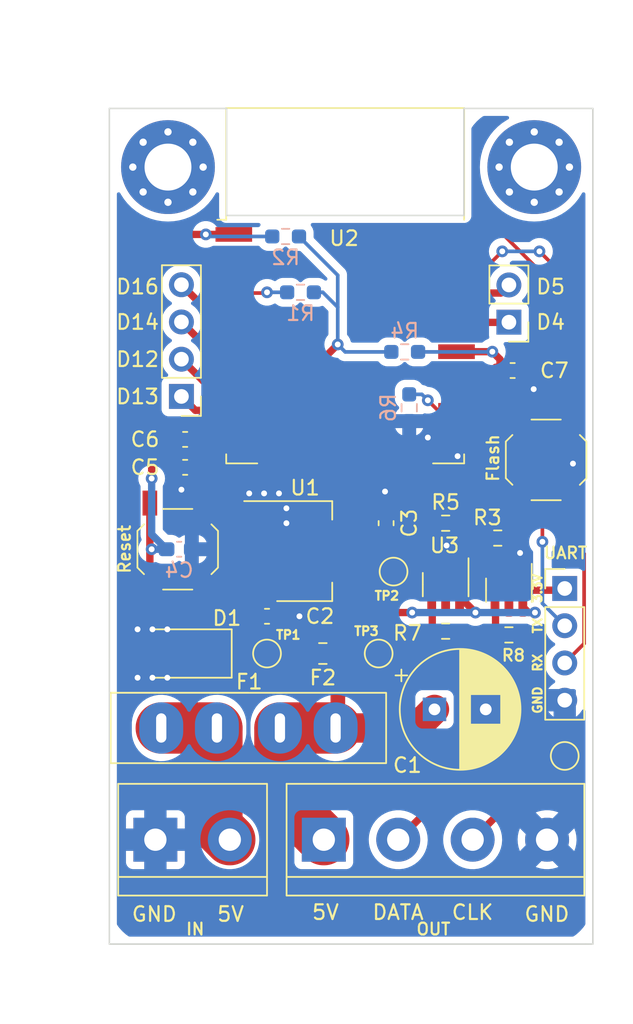
<source format=kicad_pcb>
(kicad_pcb (version 20211014) (generator pcbnew)
  (layers (0 "F.Cu" signal) (31 "B.Cu" signal) (34 "B.Paste" user) (35 "F.Paste" user) (36 "B.SilkS" user "B.Silkscreen") (37 "F.SilkS" user "F.Silkscreen") (38 "B.Mask" user) (39 "F.Mask" user) (44 "Edge.Cuts" user))
  (net 0 "")
  (net 1 "+5P")
  (net 2 "GND")
  (net 3 "+5V")
  (net 4 "+3V3")
  (net 5 "Net-(C4-Pad1)")
  (net 6 "Net-(C7-Pad1)")
  (net 7 "Net-(F1-Pad1)")
  (net 8 "RGB_DATA")
  (net 9 "RGB_CLK")
  (net 10 "RGB_Clk_L")
  (net 11 "RX")
  (net 12 "D4")
  (net 13 "D5")
  (net 14 "D12")
  (net 15 "D13")
  (net 16 "D14")
  (net 17 "D16")
  (net 18 "Net-(R1-Pad1)")
  (net 19 "Net-(R6-Pad1)")
  (net 27 "RGB_Data_L")
  (net 28 "Net-(U3-Pad4)")
  (net 29 "Net-(U4-Pad4)")
  (footprint "Capacitor_SMD:C_0603_1608Metric_Pad1.08x0.95mm_HandSolder" (layer "F.Cu") (at 99.26 104.14)
    (fp_text reference "C2" (at 3.61 0) (layer "F.SilkS"))
    (fp_text value "10uF")
    (pad "1" smd roundrect (at -0.8625 0) (size 1.075 0.95) (layers "F.Cu" "F.Paste" "F.Mask") (net 3 "+5V"))
    (pad "2" smd roundrect (at 0.8625 0) (size 1.075 0.95) (layers "F.Cu" "F.Paste" "F.Mask") (net 2 "GND"))
  )
  (footprint "Connector_PinHeader_2.54mm:PinHeader_1x04_P2.54mm_Vertical" (layer "F.Cu") (at 93.418 89.144 180)
    (fp_text reference "J5" hide)
    (fp_text value "Misc2")
    (pad "1" thru_hole rect (at 0 0 180) (size 1.7 1.7) (drill 1) (layers *.Cu *.Mask) (net 15 "D13"))
    (pad "2" thru_hole oval (at 0 2.54 180) (size 1.7 1.7) (drill 1) (layers *.Cu *.Mask) (net 14 "D12"))
    (pad "3" thru_hole oval (at 0 5.08 180) (size 1.7 1.7) (drill 1) (layers *.Cu *.Mask) (net 16 "D14"))
    (pad "4" thru_hole oval (at 0 7.62 180) (size 1.7 1.7) (drill 1) (layers *.Cu *.Mask) (net 17 "D16"))
  )
  (footprint "Resistor_SMD:R_0603_1608Metric_Pad0.98x0.95mm_HandSolder" (layer "F.Cu") (at 111.452 97.79)
    (fp_text reference "R5" (at 0 -1.43) (layer "F.SilkS"))
    (fp_text value "10k")
    (pad "1" smd roundrect (at -0.9125 0) (size 0.975 0.95) (layers "F.Cu" "F.Paste" "F.Mask") (net 27 "RGB_Data_L"))
    (pad "2" smd roundrect (at 0.9125 0) (size 0.975 0.95) (layers "F.Cu" "F.Paste" "F.Mask") (net 4 "+3V3"))
  )
  (footprint "Capacitor_SMD:C_0603_1608Metric_Pad1.08x0.95mm_HandSolder" (layer "F.Cu") (at 107.388 97.79 90)
    (fp_text reference "C3" (at 0 1.578 90) (layer "F.SilkS"))
    (fp_text value "10uF")
    (pad "1" smd roundrect (at -0.8625 0 90) (size 1.075 0.95) (layers "F.Cu" "F.Paste" "F.Mask") (net 4 "+3V3"))
    (pad "2" smd roundrect (at 0.8625 0 90) (size 1.075 0.95) (layers "F.Cu" "F.Paste" "F.Mask") (net 2 "GND"))
  )
  (footprint "Button_Switch_SMD:SW_SPST_TL3342" (layer "F.Cu") (at 93.164 99.568 -90)
    (fp_text reference "SW1" hide)
    (fp_text value "Reset")
    (pad "1" smd rect (at -3.15 -1.9 270) (size 1.7 1) (layers "F.Cu" "F.Paste" "F.Mask") (net 2 "GND"))
    (pad "1" smd rect (at 3.15 -1.9 270) (size 1.7 1) (layers "F.Cu" "F.Paste" "F.Mask") (net 2 "GND"))
    (pad "2" smd rect (at -3.15 1.9 270) (size 1.7 1) (layers "F.Cu" "F.Paste" "F.Mask") (net 5 "Net-(C4-Pad1)"))
    (pad "2" smd rect (at 3.15 1.9 270) (size 1.7 1) (layers "F.Cu" "F.Paste" "F.Mask") (net 5 "Net-(C4-Pad1)"))
  )
  (footprint "TestPoint:TestPoint_Pad_D1.5mm" (layer "F.Cu") (at 119.58 113.665)
    (fp_text reference "TP4" hide)
    (fp_text value "TP")
    (pad "1" smd circle (at 0 0) (size 1.5 1.5) (layers "F.Cu" "F.Mask") (net 2 "GND"))
  )
  (footprint "TestPoint:TestPoint_Pad_D1.5mm" (layer "F.Cu") (at 99.26 106.68)
    (fp_text reference "TP1" (at 1.451 -1.27) (layer "F.SilkS") (effects (font (size 0.6 0.6))))
    (fp_text value "TP")
    (pad "1" smd circle (at 0 0) (size 1.5 1.5) (layers "F.Cu" "F.Mask") (net 3 "+5V"))
  )
  (footprint "Resistor_SMD:R_0603_1608Metric_Pad0.98x0.95mm_HandSolder" (layer "F.Cu") (at 111.452 105.156 180)
    (fp_text reference "R7" (at 2.613 -0.127) (layer "F.SilkS"))
    (fp_text value "100")
    (pad "1" smd roundrect (at -0.9125 0 180) (size 0.975 0.95) (layers "F.Cu" "F.Paste" "F.Mask") (net 8 "RGB_DATA"))
    (pad "2" smd roundrect (at 0.9125 0 180) (size 0.975 0.95) (layers "F.Cu" "F.Paste" "F.Mask") (net 28 "Net-(U3-Pad4)"))
  )
  (footprint "Diode_SMD:D_SMA" (layer "F.Cu") (at 93.45 106.68 180)
    (fp_text reference "D1" (at -3.07 2.413) (layer "F.SilkS"))
    (fp_text value "SSA34")
    (pad "1" smd rect (at -2 0 180) (size 2.5 1.8) (layers "F.Cu" "F.Paste" "F.Mask") (net 3 "+5V"))
    (pad "2" smd rect (at 2 0 180) (size 2.5 1.8) (layers "F.Cu" "F.Paste" "F.Mask") (net 2 "GND"))
  )
  (footprint "Capacitor_SMD:C_0603_1608Metric_Pad1.08x0.95mm_HandSolder" (layer "F.Cu") (at 93.672 93.98 180)
    (fp_text reference "C5" (at 2.74 0) (layer "F.SilkS"))
    (fp_text value "10uF")
    (pad "1" smd roundrect (at -0.8625 0 180) (size 1.075 0.95) (layers "F.Cu" "F.Paste" "F.Mask") (net 4 "+3V3"))
    (pad "2" smd roundrect (at 0.8625 0 180) (size 1.075 0.95) (layers "F.Cu" "F.Paste" "F.Mask") (net 2 "GND"))
  )
  (footprint "Custom:XF-505P" (layer "F.Cu") (at 92.04 111.76)
    (fp_text reference "F1" (at 6 -3.15 unlocked) (layer "F.SilkS"))
    (fp_text value "Fuse")
    (pad "1" thru_hole oval (at 3.8 0) (size 3 3.5) (drill oval 0.7 2) (layers *.Cu *.Mask) (net 7 "Net-(F1-Pad1)"))
    (pad "1" thru_hole oval (at 0 0) (size 3 3.5) (drill oval 0.7 2) (layers *.Cu *.Mask) (net 7 "Net-(F1-Pad1)"))
    (pad "2" thru_hole oval (at 11.9 0) (size 3 3.5) (drill oval 0.7 2) (layers *.Cu *.Mask) (net 1 "+5P"))
    (pad "2" thru_hole oval (at 8.1 0) (size 3 3.5) (drill oval 0.7 2) (layers *.Cu *.Mask) (net 1 "+5P"))
  )
  (footprint "Capacitor_THT:CP_Radial_D8.0mm_P3.50mm" (layer "F.Cu") (at 110.69 110.49)
    (fp_text reference "C1" (at -1.851 3.81) (layer "F.SilkS"))
    (fp_text value "1000uF")
    (pad "1" thru_hole rect (at 0 0) (size 1.6 1.6) (drill 0.8) (layers *.Cu *.Mask) (net 1 "+5P"))
    (pad "2" thru_hole circle (at 3.5 0) (size 1.6 1.6) (drill 0.8) (layers *.Cu *.Mask) (net 2 "GND"))
  )
  (footprint "TerminalBlock:TerminalBlock_bornier-2_P5.08mm" (layer "F.Cu") (at 91.64 119.38)
    (fp_text reference "J1" hide)
    (fp_text value "Screw_Terminal_01x02")
    (pad "1" thru_hole rect (at 0 0) (size 3 3) (drill 1.52) (layers *.Cu *.Mask) (net 2 "GND"))
    (pad "2" thru_hole circle (at 5.08 0) (size 3 3) (drill 1.52) (layers *.Cu *.Mask) (net 7 "Net-(F1-Pad1)"))
  )
  (footprint "Resistor_SMD:R_0603_1608Metric_Pad0.98x0.95mm_HandSolder" (layer "F.Cu") (at 115.008 98.806 180)
    (fp_text reference "R3" (at 0.708 1.397) (layer "F.SilkS"))
    (fp_text value "10k(opt)")
    (pad "1" smd roundrect (at -0.9125 0 180) (size 0.975 0.95) (layers "F.Cu" "F.Paste" "F.Mask") (net 10 "RGB_Clk_L"))
    (pad "2" smd roundrect (at 0.9125 0 180) (size 0.975 0.95) (layers "F.Cu" "F.Paste" "F.Mask") (net 4 "+3V3"))
  )
  (footprint "Connector_PinHeader_2.54mm:PinHeader_1x04_P2.54mm_Vertical" (layer "F.Cu") (at 119.58 102.245)
    (fp_text reference "J3" hide)
    (fp_text value "Conn_01x04")
    (pad "1" thru_hole rect (at 0 0) (size 1.7 1.7) (drill 1) (layers *.Cu *.Mask) (net 4 "+3V3"))
    (pad "2" thru_hole oval (at 0 2.54) (size 1.7 1.7) (drill 1) (layers *.Cu *.Mask) (net 10 "RGB_Clk_L"))
    (pad "3" thru_hole oval (at 0 5.08) (size 1.7 1.7) (drill 1) (layers *.Cu *.Mask) (net 11 "RX"))
    (pad "4" thru_hole oval (at 0 7.62) (size 1.7 1.7) (drill 1) (layers *.Cu *.Mask) (net 2 "GND"))
  )
  (footprint "MountingHole:MountingHole_3.2mm_M3_Pad_Via" (layer "F.Cu") (at 117.5 73.5)
    (fp_text reference "REF**" hide)
    (fp_text value "MountingHole_3.2mm_M3_Pad_Via" hide)
    (pad "1" thru_hole circle (at 1.697056 1.697056) (size 0.8 0.8) (drill 0.5) (layers *.Cu *.Mask))
    (pad "1" thru_hole circle (at 0 -2.4) (size 0.8 0.8) (drill 0.5) (layers *.Cu *.Mask))
    (pad "1" thru_hole circle (at 2.4 0) (size 0.8 0.8) (drill 0.5) (layers *.Cu *.Mask))
    (pad "1" thru_hole circle (at 0 2.4) (size 0.8 0.8) (drill 0.5) (layers *.Cu *.Mask))
    (pad "1" thru_hole circle (at 0 0) (size 6.4 6.4) (drill 3.2) (layers *.Cu *.Mask))
    (pad "1" thru_hole circle (at -1.697056 -1.697056) (size 0.8 0.8) (drill 0.5) (layers *.Cu *.Mask))
    (pad "1" thru_hole circle (at -1.697056 1.697056) (size 0.8 0.8) (drill 0.5) (layers *.Cu *.Mask))
    (pad "1" thru_hole circle (at 1.697056 -1.697056) (size 0.8 0.8) (drill 0.5) (layers *.Cu *.Mask))
    (pad "1" thru_hole circle (at -2.4 0) (size 0.8 0.8) (drill 0.5) (layers *.Cu *.Mask))
  )
  (footprint "Resistor_SMD:R_0603_1608Metric_Pad0.98x0.95mm_HandSolder" (layer "F.Cu") (at 115.77 105.41 180)
    (fp_text reference "R8" (at -0.308 -1.397) (layer "F.SilkS") (effects (font (size 0.8 0.8))))
    (fp_text value "100")
    (pad "1" smd roundrect (at -0.9125 0 180) (size 0.975 0.95) (layers "F.Cu" "F.Paste" "F.Mask") (net 9 "RGB_CLK"))
    (pad "2" smd roundrect (at 0.9125 0 180) (size 0.975 0.95) (layers "F.Cu" "F.Paste" "F.Mask") (net 29 "Net-(U4-Pad4)"))
  )
  (footprint "Package_TO_SOT_SMD:SOT-23-6" (layer "F.Cu") (at 111.452 101.981 -90)
    (fp_text reference "U3" (at -2.667 0.073) (layer "F.SilkS"))
    (fp_text value "SN74LVC1T45DBV")
    (pad "1" smd roundrect (at -1.1375 -0.95 270) (size 1.325 0.6) (layers "F.Cu" "F.Paste" "F.Mask") (net 4 "+3V3"))
    (pad "2" smd roundrect (at -1.1375 0 270) (size 1.325 0.6) (layers "F.Cu" "F.Paste" "F.Mask") (net 2 "GND"))
    (pad "3" smd roundrect (at -1.1375 0.95 270) (size 1.325 0.6) (layers "F.Cu" "F.Paste" "F.Mask") (net 27 "RGB_Data_L"))
    (pad "4" smd roundrect (at 1.1375 0.95 270) (size 1.325 0.6) (layers "F.Cu" "F.Paste" "F.Mask") (net 28 "Net-(U3-Pad4)"))
    (pad "5" smd roundrect (at 1.1375 0 270) (size 1.325 0.6) (layers "F.Cu" "F.Paste" "F.Mask") (net 4 "+3V3"))
    (pad "6" smd roundrect (at 1.1375 -0.95 270) (size 1.325 0.6) (layers "F.Cu" "F.Paste" "F.Mask") (net 3 "+5V"))
  )
  (footprint "Capacitor_SMD:C_0603_1608Metric_Pad1.08x0.95mm_HandSolder" (layer "F.Cu") (at 116.024 87.376)
    (fp_text reference "C7" (at 2.848 0) (layer "F.SilkS"))
    (fp_text value "100nF")
    (pad "1" smd roundrect (at -0.8625 0) (size 1.075 0.95) (layers "F.Cu" "F.Paste" "F.Mask") (net 6 "Net-(C7-Pad1)"))
    (pad "2" smd roundrect (at 0.8625 0) (size 1.075 0.95) (layers "F.Cu" "F.Paste" "F.Mask") (net 2 "GND"))
  )
  (footprint "Capacitor_SMD:C_0603_1608Metric_Pad1.08x0.95mm_HandSolder" (layer "F.Cu") (at 93.672 92.075 180)
    (fp_text reference "C6" (at 2.74 0) (layer "F.SilkS"))
    (fp_text value "100nF")
    (pad "1" smd roundrect (at -0.8625 0 180) (size 1.075 0.95) (layers "F.Cu" "F.Paste" "F.Mask") (net 4 "+3V3"))
    (pad "2" smd roundrect (at 0.8625 0 180) (size 1.075 0.95) (layers "F.Cu" "F.Paste" "F.Mask") (net 2 "GND"))
  )
  (footprint "TestPoint:TestPoint_Pad_D1.5mm" (layer "F.Cu") (at 107.896 101.092 -90)
    (fp_text reference "TP2" (at 1.651 0.454 180) (layer "F.SilkS") (effects (font (size 0.6 0.6))))
    (fp_text value "TP")
    (pad "1" smd circle (at 0 0 270) (size 1.5 1.5) (layers "F.Cu" "F.Mask") (net 4 "+3V3"))
  )
  (footprint "Connector_PinHeader_2.54mm:PinHeader_1x02_P2.54mm_Vertical" (layer "F.Cu") (at 115.77 84.079 180)
    (fp_text reference "J4" hide)
    (fp_text value "Misc1")
    (pad "1" thru_hole rect (at 0 0 180) (size 1.7 1.7) (drill 1) (layers *.Cu *.Mask) (net 12 "D4"))
    (pad "2" thru_hole oval (at 0 2.54 180) (size 1.7 1.7) (drill 1) (layers *.Cu *.Mask) (net 13 "D5"))
  )
  (footprint "MountingHole:MountingHole_3.2mm_M3_Pad_Via" (layer "F.Cu") (at 92.5 73.5)
    (fp_text reference "REF**" hide)
    (fp_text value "MountingHole_3.2mm_M3_Pad_Via" hide)
    (pad "1" thru_hole circle (at 0 -2.4) (size 0.8 0.8) (drill 0.5) (layers *.Cu *.Mask))
    (pad "1" thru_hole circle (at -1.697056 -1.697056) (size 0.8 0.8) (drill 0.5) (layers *.Cu *.Mask))
    (pad "1" thru_hole circle (at 1.697056 -1.697056) (size 0.8 0.8) (drill 0.5) (layers *.Cu *.Mask))
    (pad "1" thru_hole circle (at 0 0) (size 6.4 6.4) (drill 3.2) (layers *.Cu *.Mask))
    (pad "1" thru_hole circle (at 1.697056 1.697056) (size 0.8 0.8) (drill 0.5) (layers *.Cu *.Mask))
    (pad "1" thru_hole circle (at 2.4 0) (size 0.8 0.8) (drill 0.5) (layers *.Cu *.Mask))
    (pad "1" thru_hole circle (at 0 2.4) (size 0.8 0.8) (drill 0.5) (layers *.Cu *.Mask))
    (pad "1" thru_hole circle (at -2.4 0) (size 0.8 0.8) (drill 0.5) (layers *.Cu *.Mask))
    (pad "1" thru_hole circle (at -1.697056 1.697056) (size 0.8 0.8) (drill 0.5) (layers *.Cu *.Mask))
  )
  (footprint "Package_TO_SOT_SMD:SOT-23-6" (layer "F.Cu") (at 115.77 102.362 -90)
    (fp_text reference "U4" hide)
    (fp_text value "SN74LVC1T45DBV")
    (pad "1" smd roundrect (at -1.1375 -0.95 270) (size 1.325 0.6) (layers "F.Cu" "F.Paste" "F.Mask") (net 4 "+3V3"))
    (pad "2" smd roundrect (at -1.1375 0 270) (size 1.325 0.6) (layers "F.Cu" "F.Paste" "F.Mask") (net 2 "GND"))
    (pad "3" smd roundrect (at -1.1375 0.95 270) (size 1.325 0.6) (layers "F.Cu" "F.Paste" "F.Mask") (net 10 "RGB_Clk_L"))
    (pad "4" smd roundrect (at 1.1375 0.95 270) (size 1.325 0.6) (layers "F.Cu" "F.Paste" "F.Mask") (net 29 "Net-(U4-Pad4)"))
    (pad "5" smd roundrect (at 1.1375 0 270) (size 1.325 0.6) (layers "F.Cu" "F.Paste" "F.Mask") (net 4 "+3V3"))
    (pad "6" smd roundrect (at 1.1375 -0.95 270) (size 1.325 0.6) (layers "F.Cu" "F.Paste" "F.Mask") (net 3 "+5V"))
  )
  (footprint "Package_TO_SOT_SMD:SOT-223-3_TabPin2" (layer "F.Cu") (at 101.8 99.695)
    (fp_text reference "U1" (at 0.054 -4.318) (layer "F.SilkS"))
    (fp_text value "NCP1117-3.3_SOT223")
    (pad "1" smd rect (at -3.15 -2.3) (size 2 1.5) (layers "F.Cu" "F.Paste" "F.Mask") (net 2 "GND"))
    (pad "2" smd rect (at -3.15 0) (size 2 1.5) (layers "F.Cu" "F.Paste" "F.Mask") (net 4 "+3V3"))
    (pad "2" smd rect (at 3.15 0) (size 2 3.8) (layers "F.Cu" "F.Paste" "F.Mask") (net 4 "+3V3"))
    (pad "3" smd rect (at -3.15 2.3) (size 2 1.5) (layers "F.Cu" "F.Paste" "F.Mask") (net 3 "+5V"))
  )
  (footprint "Fuse:Fuse_0805_2012Metric_Pad1.15x1.40mm_HandSolder" (layer "F.Cu") (at 103.07 106.68 180)
    (fp_text reference "F2" (at 0 -1.65) (layer "F.SilkS"))
    (fp_text value "MF-PSMF050X-2")
    (pad "1" smd roundrect (at -1.025 0 180) (size 1.15 1.4) (layers "F.Cu" "F.Paste" "F.Mask") (roundrect_rratio 0.2173913043) (net 1 "+5P"))
    (pad "2" smd roundrect (at 1.025 0 180) (size 1.15 1.4) (layers "F.Cu" "F.Paste" "F.Mask") (roundrect_rratio 0.2173913043) (net 3 "+5V"))
  )
  (footprint "Button_Switch_SMD:SW_SPST_TL3342" (layer "F.Cu") (at 118.31 93.472 90)
    (fp_text reference "SW2" hide)
    (fp_text value "Flash")
    (pad "1" smd rect (at 3.15 -1.9 90) (size 1.7 1) (layers "F.Cu" "F.Paste" "F.Mask") (net 6 "Net-(C7-Pad1)"))
    (pad "1" smd rect (at -3.15 -1.9 90) (size 1.7 1) (layers "F.Cu" "F.Paste" "F.Mask") (net 6 "Net-(C7-Pad1)"))
    (pad "2" smd rect (at -3.15 1.9 90) (size 1.7 1) (layers "F.Cu" "F.Paste" "F.Mask") (net 2 "GND"))
    (pad "2" smd rect (at 3.15 1.9 90) (size 1.7 1) (layers "F.Cu" "F.Paste" "F.Mask") (net 2 "GND"))
  )
  (footprint "TerminalBlock:TerminalBlock_bornier-4_P5.08mm" (layer "F.Cu") (at 103.135302 119.38)
    (fp_text reference "J2" hide)
    (fp_text value "Screw_Terminal_01x04")
    (pad "1" thru_hole rect (at 0 0) (size 3 3) (drill 1.52) (layers *.Cu *.Mask) (net 1 "+5P"))
    (pad "2" thru_hole circle (at 5.08 0) (size 3 3) (drill 1.52) (layers *.Cu *.Mask) (net 8 "RGB_DATA"))
    (pad "3" thru_hole circle (at 10.16 0) (size 3 3) (drill 1.52) (layers *.Cu *.Mask) (net 9 "RGB_CLK"))
    (pad "4" thru_hole circle (at 15.24 0) (size 3 3) (drill 1.52) (layers *.Cu *.Mask) (net 2 "GND"))
  )
  (footprint "RF_Module:ESP-12E" (layer "F.Cu") (at 104.594 81.592)
    (fp_text reference "U2" (at -0.073 -3.233) (layer "F.SilkS"))
    (fp_text value "ESP-12F")
    (pad "1" smd rect (at -7.6 -3.5) (size 2.5 1) (layers "F.Cu" "F.Paste" "F.Mask") (net 5 "Net-(C4-Pad1)"))
    (pad "2" smd rect (at -7.6 -1.5) (size 2.5 1) (layers "F.Cu" "F.Paste" "F.Mask"))
    (pad "3" smd rect (at -7.6 0.5) (size 2.5 1) (layers "F.Cu" "F.Paste" "F.Mask") (net 18 "Net-(R1-Pad1)"))
    (pad "4" smd rect (at -7.6 2.5) (size 2.5 1) (layers "F.Cu" "F.Paste" "F.Mask") (net 17 "D16"))
    (pad "5" smd rect (at -7.6 4.5) (size 2.5 1) (layers "F.Cu" "F.Paste" "F.Mask") (net 16 "D14"))
    (pad "6" smd rect (at -7.6 6.5) (size 2.5 1) (layers "F.Cu" "F.Paste" "F.Mask") (net 14 "D12"))
    (pad "7" smd rect (at -7.6 8.5) (size 2.5 1) (layers "F.Cu" "F.Paste" "F.Mask") (net 15 "D13"))
    (pad "8" smd rect (at -7.6 10.5) (size 2.5 1) (layers "F.Cu" "F.Paste" "F.Mask") (net 4 "+3V3"))
    (pad "9" smd rect (at -5 12) (size 1 1.8) (layers "F.Cu" "F.Paste" "F.Mask"))
    (pad "10" smd rect (at -3 12) (size 1 1.8) (layers "F.Cu" "F.Paste" "F.Mask"))
    (pad "11" smd rect (at -1 12) (size 1 1.8) (layers "F.Cu" "F.Paste" "F.Mask"))
    (pad "12" smd rect (at 1 12) (size 1 1.8) (layers "F.Cu" "F.Paste" "F.Mask"))
    (pad "13" smd rect (at 3 12) (size 1 1.8) (layers "F.Cu" "F.Paste" "F.Mask"))
    (pad "14" smd rect (at 5 12) (size 1 1.8) (layers "F.Cu" "F.Paste" "F.Mask"))
    (pad "15" smd rect (at 7.6 10.5) (size 2.5 1) (layers "F.Cu" "F.Paste" "F.Mask") (net 2 "GND"))
    (pad "16" smd rect (at 7.6 8.5) (size 2.5 1) (layers "F.Cu" "F.Paste" "F.Mask") (net 19 "Net-(R6-Pad1)"))
    (pad "17" smd rect (at 7.6 6.5) (size 2.5 1) (layers "F.Cu" "F.Paste" "F.Mask") (net 27 "RGB_Data_L"))
    (pad "18" smd rect (at 7.6 4.5) (size 2.5 1) (layers "F.Cu" "F.Paste" "F.Mask") (net 6 "Net-(C7-Pad1)"))
    (pad "19" smd rect (at 7.6 2.5) (size 2.5 1) (layers "F.Cu" "F.Paste" "F.Mask") (net 12 "D4"))
    (pad "20" smd rect (at 7.6 0.5) (size 2.5 1) (layers "F.Cu" "F.Paste" "F.Mask") (net 13 "D5"))
    (pad "21" smd rect (at 7.6 -1.5) (size 2.5 1) (layers "F.Cu" "F.Paste" "F.Mask") (net 11 "RX"))
    (pad "22" smd rect (at 7.6 -3.5) (size 2.5 1) (layers "F.Cu" "F.Paste" "F.Mask") (net 10 "RGB_Clk_L"))
    (zone (net 0) (net_name "") (layers *.Cu) (connect_pads (clearance 0)) (min_thickness 0.254)
      (keepout (tracks not_allowed) (vias not_allowed) (pads not_allowed) (copperpour not_allowed) (footprints not_allowed))
      (fill (thermal_gap 0.508) (thermal_bridge_width 0.508))
      (polygon (pts (xy 96.474 76.792) (xy 112.714 76.792) (xy 112.714 69.472) (xy 96.474 69.472)))
    )
  )
  (footprint "TestPoint:TestPoint_Pad_D1.5mm" (layer "F.Cu") (at 106.88 106.68)
    (fp_text reference "TP3" (at -0.835 -1.524) (layer "F.SilkS") (effects (font (size 0.6 0.6))))
    (fp_text value "TP")
    (pad "1" smd circle (at 0 0) (size 1.5 1.5) (layers "F.Cu" "F.Mask") (net 1 "+5P"))
  )
  (footprint "Resistor_SMD:R_0603_1608Metric_Pad0.98x0.95mm_HandSolder" (layer "B.Cu") (at 108.966 89.916 -90)
    (fp_text reference "R6" (at 0 1.43 90) (layer "B.SilkS") (effects (justify mirror)))
    (fp_text value "10k")
    (pad "1" smd roundrect (at -0.9125 0 270) (size 0.975 0.95) (layers "B.Cu" "B.Paste" "B.Mask") (net 19 "Net-(R6-Pad1)"))
    (pad "2" smd roundrect (at 0.9125 0 270) (size 0.975 0.95) (layers "B.Cu" "B.Paste" "B.Mask") (net 2 "GND"))
  )
  (footprint "Resistor_SMD:R_0603_1608Metric_Pad0.98x0.95mm_HandSolder" (layer "B.Cu") (at 100.53 78.232)
    (fp_text reference "R2" (at 0 1.43) (layer "B.SilkS") (effects (justify mirror)))
    (fp_text value "10k")
    (pad "1" smd roundrect (at -0.9125 0) (size 0.975 0.95) (layers "B.Cu" "B.Paste" "B.Mask") (net 5 "Net-(C4-Pad1)"))
    (pad "2" smd roundrect (at 0.9125 0) (size 0.975 0.95) (layers "B.Cu" "B.Paste" "B.Mask") (net 4 "+3V3"))
  )
  (footprint "Resistor_SMD:R_0603_1608Metric_Pad0.98x0.95mm_HandSolder" (layer "B.Cu") (at 101.546 82.042)
    (fp_text reference "R1" (at 0 1.43) (layer "B.SilkS") (effects (justify mirror)))
    (fp_text value "10k")
    (pad "1" smd roundrect (at -0.9125 0) (size 0.975 0.95) (layers "B.Cu" "B.Paste" "B.Mask") (net 18 "Net-(R1-Pad1)"))
    (pad "2" smd roundrect (at 0.9125 0) (size 0.975 0.95) (layers "B.Cu" "B.Paste" "B.Mask") (net 4 "+3V3"))
  )
  (footprint "Resistor_SMD:R_0603_1608Metric_Pad0.98x0.95mm_HandSolder" (layer "B.Cu") (at 108.658 86.106 180)
    (fp_text reference "R4" (at 0 1.43) (layer "B.SilkS") (effects (justify mirror)))
    (fp_text value "10k")
    (pad "1" smd roundrect (at -0.9125 0 180) (size 0.975 0.95) (layers "B.Cu" "B.Paste" "B.Mask") (net 6 "Net-(C7-Pad1)"))
    (pad "2" smd roundrect (at 0.9125 0 180) (size 0.975 0.95) (layers "B.Cu" "B.Paste" "B.Mask") (net 4 "+3V3"))
  )
  (footprint "Capacitor_SMD:C_0603_1608Metric_Pad1.08x0.95mm_HandSolder" (layer "B.Cu") (at 93.2645 99.568)
    (fp_text reference "C4" (at 0 1.43) (layer "B.SilkS") (effects (justify mirror)))
    (fp_text value "100nF")
    (pad "1" smd roundrect (at -0.8625 0) (size 1.075 0.95) (layers "B.Cu" "B.Paste" "B.Mask") (net 5 "Net-(C4-Pad1)"))
    (pad "2" smd roundrect (at 0.8625 0) (size 1.075 0.95) (layers "B.Cu" "B.Paste" "B.Mask") (net 2 "GND"))
  )
  (gr_line (start 88.5 126.5) (end 88.5 107.1) (layer "Edge.Cuts") (width 0.1))
  (gr_line (start 88.5 107.1) (end 88.5 69.5) (layer "Edge.Cuts") (width 0.1))
  (gr_line (start 112.7 76.8) (end 112.7 69.5) (layer "Edge.Cuts") (width 0.1))
  (gr_line (start 96.5 69.5) (end 96.5 76.8) (layer "Edge.Cuts") (width 0.1))
  (gr_line (start 88.5 69.5) (end 96.5 69.5) (layer "Edge.Cuts") (width 0.1))
  (gr_line (start 112.7 69.5) (end 121.5 69.5) (layer "Edge.Cuts") (width 0.1))
  (gr_line (start 121 126.5) (end 121.5 126.5) (layer "Edge.Cuts") (width 0.1))
  (gr_line (start 96.5 76.8) (end 112.7 76.8) (layer "Edge.Cuts") (width 0.1))
  (gr_line (start 121.5 126.5) (end 121.5 69.5) (layer "Edge.Cuts") (width 0.1))
  (gr_line (start 121 126.5) (end 88.5 126.5) (layer "Edge.Cuts") (width 0.1))
  (gr_text "Flash" (at 114.681 93.345 90) (layer "F.SilkS") (effects (font (size 0.8 0.8))))
  (gr_text "CLK" (at 113.284 124.333) (layer "F.SilkS") (effects (font (size 1 1))))
  (gr_text "UART" (at 119.634 99.822) (layer "F.SilkS") (effects (font (size 0.8 0.8))))
  (gr_text "D12" (at 90.424 86.614) (layer "F.SilkS") (effects (font (size 1 1))))
  (gr_text "5V" (at 103.251 124.333) (layer "F.SilkS") (effects (font (size 1 1))))
  (gr_text "GND" (at 91.567 124.46) (layer "F.SilkS") (effects (font (size 1 1))))
  (gr_text "D14" (at 90.424 84.074) (layer "F.SilkS") (effects (font (size 1 1))))
  (gr_text "3.3V" (at 117.729 102.235 90) (layer "F.SilkS") (effects (font (size 0.6 0.6))))
  (gr_text "TX" (at 117.729 104.775 90) (layer "F.SilkS") (effects (font (size 0.6 0.6))))
  (gr_text "GND" (at 118.364 124.46) (layer "F.SilkS") (effects (font (size 1 1))))
  (gr_text "GND" (at 117.729 109.855 90) (layer "F.SilkS") (effects (font (size 0.6 0.6))))
  (gr_text "RX\n" (at 117.729 107.315 90) (layer "F.SilkS") (effects (font (size 0.6 0.6))))
  (gr_text "D16" (at 90.424 81.661) (layer "F.SilkS") (effects (font (size 1 1))))
  (gr_text "IN" (at 94.361 125.476) (layer "F.SilkS") (effects (font (size 0.8 0.8))))
  (gr_text "D13" (at 90.424 89.154) (layer "F.SilkS") (effects (font (size 1 1))))
  (gr_text "D4" (at 118.618 84.074) (layer "F.SilkS") (effects (font (size 1 1))))
  (gr_text "5V" (at 96.774 124.46) (layer "F.SilkS") (effects (font (size 1 1))))
  (gr_text "OUT" (at 110.617 125.476) (layer "F.SilkS") (effects (font (size 0.8 0.8))))
  (gr_text "D5" (at 118.618 81.661) (layer "F.SilkS") (effects (font (size 1 1))))
  (gr_text "DATA" (at 108.204 124.333) (layer "F.SilkS") (effects (font (size 1 1))))
  (gr_text "Reset" (at 89.535 99.568 90) (layer "F.SilkS") (effects (font (size 0.8 0.8))))
  (segment (start 103.94 111.76) (end 109.42 111.76) (width 2) (layer "F.Cu") (net 1))
  (segment (start 104.349 109.211) (end 104.095 109.211) (width 1) (layer "F.Cu") (net 1))
  (segment (start 106.88 106.68) (end 104.349 109.211) (width 1) (layer "F.Cu") (net 1))
  (segment (start 104.095 111.605) (end 103.94 111.76) (width 1) (layer "F.Cu") (net 1))
  (segment (start 104.095 106.68) (end 104.095 109.211) (width 1) (layer "F.Cu") (net 1))
  (segment (start 100.14 111.76) (end 100.14 116.384698) (width 3.5) (layer "F.Cu") (net 1))
  (segment (start 104.095 109.211) (end 104.095 111.605) (width 1) (layer "F.Cu") (net 1))
  (segment (start 100.14 116.384698) (end 103.135302 119.38) (width 3.5) (layer "F.Cu") (net 1))
  (segment (start 109.42 111.76) (end 110.69 110.49) (width 2) (layer "F.Cu") (net 1))
  (segment (start 100.14 111.76) (end 103.94 111.76) (width 3.5) (layer "F.Cu") (net 1))
  (segment (start 112.194 92.092) (end 110.38 92.092) (width 0.25) (layer "F.Cu") (net 2))
  (segment (start 111.452 100.8435) (end 111.452 99.377) (width 0.5) (layer "F.Cu") (net 2))
  (segment (start 116.8865 88.072) (end 117.4605 88.646) (width 0.5) (layer "F.Cu") (net 2))
  (segment (start 95.064 96.418) (end 94.332 96.418) (width 0.5) (layer "F.Cu") (net 2))
  (segment (start 95.064 102.718) (end 95.064 103.945) (width 0.5) (layer "F.Cu") (net 2))
  (segment (start 112.194 93.144) (end 112.268 93.218) (width 0.25) (layer "F.Cu") (net 2))
  (segment (start 120.21 93.794) (end 120.142 93.726) (width 0.5) (layer "F.Cu") (net 2))
  (segment (start 95.064 103.945) (end 93.98 105.029) (width 0.5) (layer "F.Cu") (net 2))
  (segment (start 107.388 95.704) (end 107.315 95.631) (width 0.5) (layer "F.Cu") (net 2))
  (segment (start 120.21 96.622) (end 120.21 93.794) (width 0.5) (layer "F.Cu") (net 2))
  (segment (start 107.388 96.9275) (end 107.388 95.704) (width 0.5) (layer "F.Cu") (net 2))
  (segment (start 115.77 100.584) (end 116.532 99.822) (width 0.5) (layer "F.Cu") (net 2))
  (segment (start 92.8095 92.075) (end 92.8095 93.98) (width 0.5) (layer "F.Cu") (net 2))
  (segment (start 119.58 113.665) (end 119.58 109.865) (width 0.5) (layer "F.Cu") (net 2))
  (segment (start 115.77 101.2245) (end 115.77 100.584) (width 0.5) (layer "F.Cu") (net 2))
  (segment (start 120.21 90.322) (end 120.21 93.658) (width 0.5) (layer "F.Cu") (net 2))
  (segment (start 120.21 93.658) (end 120.142 93.726) (width 0.5) (layer "F.Cu") (net 2))
  (segment (start 92.8095 93.98) (end 92.8095 94.8955) (width 0.5) (layer "F.Cu") (net 2))
  (segment (start 111.452 99.377) (end 111.515 99.314) (width 0.5) (layer "F.Cu") (net 2))
  (segment (start 92.8095 94.8955) (end 93.418 95.504) (width 0.5) (layer "F.Cu") (net 2))
  (segment (start 94.332 96.418) (end 93.418 95.504) (width 0.5) (layer "F.Cu") (net 2))
  (segment (start 110.38 92.092) (end 110.236 91.948) (width 0.25) (layer "F.Cu") (net 2))
  (segment (start 112.194 92.092) (end 112.194 93.144) (width 0.25) (layer "F.Cu") (net 2))
  (segment (start 100.1225 104.14) (end 101.473 104.14) (width 0.5) (layer "F.Cu") (net 2))
  (segment (start 93.98 105.029) (end 92.456 105.029) (width 0.5) (layer "F.Cu") (net 2))
  (segment (start 116.8865 87.376) (end 116.8865 88.072) (width 0.5) (layer "F.Cu") (net 2))
  (via (at 99.06 95.758) (size 0.8) (drill 0.4) (layers "F.Cu" "B.Cu") (net 2))
  (via (at 93.418 95.504) (size 0.8) (drill 0.4) (layers "F.Cu" "B.Cu") (net 2))
  (via (at 90.424 105.029) (size 0.8) (drill 0.4) (layers "F.Cu" "B.Cu") (net 2))
  (via (at 100.584 97.79) (size 0.8) (drill 0.4) (layers "F.Cu" "B.Cu") (net 2))
  (via (at 120.142 93.726) (size 0.8) (drill 0.4) (layers "F.Cu" "B.Cu") (net 2))
  (via (at 100.076 95.758) (size 0.8) (drill 0.4) (layers "F.Cu" "B.Cu") (net 2))
  (via (at 90.424 108.331) (size 0.8) (drill 0.4) (layers "F.Cu" "B.Cu") (net 2))
  (via (at 101.473 104.14) (size 0.8) (drill 0.4) (layers "F.Cu" "B.Cu") (net 2))
  (via (at 98.044 95.758) (size 0.8) (drill 0.4) (layers "F.Cu" "B.Cu") (net 2))
  (via (at 112.268 93.218) (size 0.8) (drill 0.4) (layers "F.Cu" "B.Cu") (net 2))
  (via (at 92.456 108.331) (size 0.8) (drill 0.4) (layers "F.Cu" "B.Cu") (net 2))
  (via (at 91.44 105.029) (size 0.8) (drill 0.4) (layers "F.Cu" "B.Cu") (net 2))
  (via (at 111.515 99.314) (size 0.8) (drill 0.4) (layers "F.Cu" "B.Cu") (net 2))
  (via (at 92.456 105.029) (size 0.8) (drill 0.4) (layers "F.Cu" "B.Cu") (net 2))
  (via (at 91.44 108.331) (size 0.8) (drill 0.4) (layers "F.Cu" "B.Cu") (net 2))
  (via (at 117.4605 88.646) (size 0.8) (drill 0.4) (layers "F.Cu" "B.Cu") (net 2))
  (via (at 110.236 91.948) (size 0.8) (drill 0.4) (layers "F.Cu" "B.Cu") (net 2))
  (via (at 100.584 96.774) (size 0.8) (drill 0.4) (layers "F.Cu" "B.Cu") (net 2))
  (via (at 116.532 99.822) (size 0.8) (drill 0.4) (layers "F.Cu" "B.Cu") (net 2))
  (via (at 107.315 95.631) (size 0.8) (drill 0.4) (layers "F.Cu" "B.Cu") (net 2))
  (segment (start 98.3975 104.14) (end 98.3975 102.2475) (width 1) (layer "F.Cu") (net 3))
  (segment (start 95.45 106.68) (end 99.26 106.68) (width 1) (layer "F.Cu") (net 3))
  (segment (start 112.402 103.1185) (end 112.7165 103.1185) (width 0.5) (layer "F.Cu") (net 3))
  (segment (start 117.1065 103.886) (end 116.72 103.4995) (width 0.5) (layer "F.Cu") (net 3))
  (segment (start 102.045 106.68) (end 99.26 106.68) (width 1) (layer "F.Cu") (net 3))
  (segment (start 117.548 103.886) (end 117.1065 103.886) (width 0.5) (layer "F.Cu") (net 3))
  (segment (start 99.26 106.68) (end 98.3975 105.8175) (width 1) (layer "F.Cu") (net 3))
  (segment (start 100.925 101.995) (end 98.65 101.995) (width 0.5) (layer "F.Cu") (net 3))
  (segment (start 98.3975 105.8175) (end 98.3975 104.14) (width 1) (layer "F.Cu") (net 3))
  (segment (start 112.7165 103.1185) (end 113.484 103.886) (width 0.5) (layer "F.Cu") (net 3))
  (segment (start 109.166 103.886) (end 102.816 103.886) (width 0.5) (layer "F.Cu") (net 3))
  (segment (start 102.816 103.886) (end 100.925 101.995) (width 0.5) (layer "F.Cu") (net 3))
  (segment (start 98.3975 102.2475) (end 98.65 101.995) (width 1) (layer "F.Cu") (net 3))
  (via (at 109.166 103.886) (size 0.8) (drill 0.4) (layers "F.Cu" "B.Cu") (net 3))
  (via (at 117.548 103.886) (size 0.8) (drill 0.4) (layers "F.Cu" "B.Cu") (net 3))
  (via (at 113.484 103.886) (size 0.8) (drill 0.4) (layers "F.Cu" "B.Cu") (net 3))
  (segment (start 113.484 103.886) (end 117.548 103.886) (width 0.5) (layer "B.Cu") (net 3))
  (segment (start 113.484 103.886) (end 109.166 103.886) (width 0.5) (layer "B.Cu") (net 3))
  (segment (start 114.447151 102.362) (end 115.593809 102.362) (width 0.5) (layer "F.Cu") (net 4))
  (segment (start 94.5345 93.98) (end 95.375022 93.98) (width 1) (layer "F.Cu") (net 4))
  (segment (start 108.81048 102.00648) (end 110.900329 102.00648) (width 0.5) (layer "F.Cu") (net 4))
  (segment (start 114.091631 102.00648) (end 114.447151 102.362) (width 0.5) (layer "F.Cu") (net 4))
  (segment (start 110.900329 102.00648) (end 111.452 102.558151) (width 0.5) (layer "F.Cu") (net 4))
  (segment (start 116.72 101.784849) (end 116.72 101.2245) (width 0.5) (layer "F.Cu") (net 4))
  (segment (start 104.95 99.695) (end 106.3455 99.695) (width 1) (layer "F.Cu") (net 4))
  (segment (start 96.994 92.092) (end 97.592 92.092) (width 0.5) (layer "F.Cu") (net 4))
  (segment (start 112.402 100.8435) (end 112.402 101.403849) (width 0.5) (layer "F.Cu") (net 4))
  (segment (start 95.375022 93.98) (end 96.72 95.324978) (width 1) (layer "F.Cu") (net 4))
  (segment (start 96.72 99.314) (end 97.101 99.695) (width 1) (layer "F.Cu") (net 4))
  (segment (start 115.966658 102.538191) (end 116.72 101.784849) (width 0.5) (layer "F.Cu") (net 4))
  (segment (start 94.5345 92.075) (end 96.977 92.075) (width 1) (layer "F.Cu") (net 4))
  (segment (start 112.3645 100.806) (end 112.3645 100.1795) (width 0.5) (layer "F.Cu") (net 4))
  (segment (start 111.799369 102.00648) (end 111.55352 102.00648) (width 0.5) (layer "F.Cu") (net 4))
  (segment (start 112.3645 100.806) (end 112.402 100.8435) (width 0.5) (layer "F.Cu") (net 4))
  (segment (start 115.593809 102.362) (end 115.77 102.538191) (width 0.5) (layer "F.Cu") (net 4))
  (segment (start 112.3645 100.1795) (end 113.738 98.806) (width 0.5) (layer "F.Cu") (net 4))
  (segment (start 110.900329 102.00648) (end 114.091631 102.00648) (width 0.5) (layer "F.Cu") (net 4))
  (segment (start 97.592 92.092) (end 104.086 85.598) (width 0.5) (layer "F.Cu") (net 4))
  (segment (start 94.5345 93.98) (end 94.5345 92.075) (width 1) (layer "F.Cu") (net 4))
  (segment (start 111.452 102.558151) (end 111.452 103.1185) (width 0.5) (layer "F.Cu") (net 4))
  (segment (start 112.402 101.403849) (end 111.799369 102.00648) (width 0.5) (layer "F.Cu") (net 4))
  (segment (start 106.3455 99.695) (end 106.499 99.695) (width 1) (layer "F.Cu") (net 4))
  (segment (start 98.65 99.695) (end 104.95 99.695) (width 1) (layer "F.Cu") (net 4))
  (segment (start 96.72 95.324978) (end 96.72 99.314) (width 1) (layer "F.Cu") (net 4))
  (segment (start 106.499 99.695) (end 107.896 101.092) (width 1) (layer "F.Cu") (net 4))
  (segment (start 106.3455 99.695) (end 107.388 98.6525) (width 1) (layer "F.Cu") (net 4))
  (segment (start 115.593809 102.362) (end 119.463 102.362) (width 0.5) (layer "F.Cu") (net 4))
  (segment (start 107.896 101.092) (end 108.81048 102.00648) (width 0.5) (layer "F.Cu") (net 4))
  (segment (start 97.101 99.695) (end 98.65 99.695) (width 1) (layer "F.Cu") (net 4))
  (segment (start 115.77 102.538191) (end 115.77 103.4995) (width 0.5) (layer "F.Cu") (net 4))
  (segment (start 115.77 102.538191) (end 115.966658 102.538191) (width 0.5) (layer "F.Cu") (net 4))
  (segment (start 113.738 98.806) (end 114.0955 98.806) (width 0.5) (layer "F.Cu") (net 4))
  (segment (start 96.977 92.075) (end 96.994 92.092) (width 1) (layer "F.Cu") (net 4))
  (segment (start 112.3645 97.79) (end 112.3645 100.806) (width 0.5) (layer "F.Cu") (net 4))
  (segment (start 119.463 102.362) (end 119.58 102.245) (width 0.5) (layer "F.Cu") (net 4))
  (via (at 104.086 85.598) (size 0.8) (drill 0.4) (layers "F.Cu" "B.Cu") (net 4))
  (segment (start 101.4425 78.232) (end 104.086 80.8755) (width 0.25) (layer "B.Cu") (net 4))
  (segment (start 104.086 80.8755) (end 104.086 83.058) (width 0.25) (layer "B.Cu") (net 4))
  (segment (start 104.594 86.106) (end 104.086 85.598) (width 0.25) (layer "B.Cu") (net 4))
  (segment (start 107.7455 86.106) (end 104.594 86.106) (width 0.25) (layer "B.Cu") (net 4))
  (segment (start 104.086 83.058) (end 104.086 85.598) (width 0.25) (layer "B.Cu") (net 4))
  (segment (start 104.086 83.058) (end 103.07 82.042) (width 0.25) (layer "B.Cu") (net 4))
  (segment (start 103.07 82.042) (end 102.4585 82.042) (width 0.25) (layer "B.Cu") (net 4))
  (segment (start 95.082 78.092) (end 92.796 78.092) (width 0.5) (layer "F.Cu") (net 5))
  (segment (start 91.386 94.742) (end 91.386 79.502) (width 0.5) (layer "F.Cu") (net 5))
  (segment (start 96.994 78.092) (end 95.082 78.092) (width 0.5) (layer "F.Cu") (net 5))
  (segment (start 91.264 96.418) (end 91.264 99.446) (width 0.5) (layer "F.Cu") (net 5))
  (segment (start 91.386 79.502) (end 92.796 78.092) (width 0.5) (layer "F.Cu") (net 5))
  (segment (start 91.264 99.69) (end 91.386 99.568) (width 0.5) (layer "F.Cu") (net 5))
  (segment (start 91.264 99.446) (end 91.386 99.568) (width 0.5) (layer "F.Cu") (net 5))
  (segment (start 91.264 102.718) (end 91.264 99.69) (width 0.5) (layer "F.Cu") (net 5))
  (via (at 91.386 99.568) (size 0.8) (drill 0.4) (layers "F.Cu" "B.Cu") (net 5))
  (via (at 91.386 94.742) (size 0.8) (drill 0.4) (layers "F.Cu" "B.Cu") (net 5))
  (via (at 95.082 78.092) (size 0.8) (drill 0.4) (layers "F.Cu" "B.Cu") (net 5))
  (segment (start 91.386 99.568) (end 92.402 99.568) (width 0.5) (layer "B.Cu") (net 5))
  (segment (start 99.6175 78.232) (end 95.222 78.232) (width 0.25) (layer "B.Cu") (net 5))
  (segment (start 91.386 98.552) (end 91.386 94.742) (width 0.5) (layer "B.Cu") (net 5))
  (segment (start 95.222 78.232) (end 95.082 78.092) (width 0.25) (layer "B.Cu") (net 5))
  (segment (start 92.402 99.568) (end 91.386 98.552) (width 0.5) (layer "B.Cu") (net 5))
  (segment (start 115.1615 87.7295) (end 115.1615 87.376) (width 0.5) (layer "F.Cu") (net 6))
  (segment (start 116.41 90.322) (end 116.41 88.978) (width 0.5) (layer "F.Cu") (net 6))
  (segment (start 112.194 86.092) (end 114.6395 86.092) (width 0.5) (layer "F.Cu") (net 6))
  (segment (start 115.1615 87.376) (end 115.1615 86.614) (width 0.5) (layer "F.Cu") (net 6))
  (segment (start 115.1615 86.614) (end 114.6395 86.092) (width 0.5) (layer "F.Cu") (net 6))
  (segment (start 116.41 96.622) (end 116.41 90.322) (width 0.5) (layer "F.Cu") (net 6))
  (segment (start 116.41 88.978) (end 115.1615 87.7295) (width 0.5) (layer "F.Cu") (net 6))
  (via (at 114.6395 86.092) (size 0.8) (drill 0.4) (layers "F.Cu" "B.Cu") (net 6))
  (segment (start 114.6255 86.106) (end 114.6395 86.092) (width 0.25) (layer "B.Cu") (net 6))
  (segment (start 109.5705 86.106) (end 114.6255 86.106) (width 0.25) (layer "B.Cu") (net 6))
  (segment (start 95.84 118.5) (end 96.72 119.38) (width 3.5) (layer "F.Cu") (net 7))
  (segment (start 95.84 111.76) (end 95.84 118.5) (width 3.5) (layer "F.Cu") (net 7))
  (segment (start 92.04 111.76) (end 95.84 111.76) (width 3.5) (layer "F.Cu") (net 7))
  (segment (start 112.3645 115.230802) (end 108.215302 119.38) (width 0.5) (layer "F.Cu") (net 8))
  (segment (start 112.3645 105.156) (end 112.3645 115.230802) (width 0.5) (layer "F.Cu") (net 8))
  (segment (start 116.6825 105.41) (end 116.6825 115.992802) (width 0.5) (layer "F.Cu") (net 9))
  (segment (start 116.6825 115.992802) (end 113.295302 119.38) (width 0.5) (layer "F.Cu") (net 9))
  (segment (start 118.31 97.028) (end 118.31 81.026) (width 0.25) (layer "F.Cu") (net 10))
  (segment (start 115.376 78.092) (end 112.194 78.092) (width 0.25) (layer "F.Cu") (net 10))
  (segment (start 118.056 97.282) (end 118.31 97.028) (width 0.25) (layer "F.Cu") (net 10))
  (segment (start 116.532 98.806) (end 118.056 97.282) (width 0.25) (layer "F.Cu") (net 10))
  (segment (start 114.82 99.9065) (end 115.9205 98.806) (width 0.25) (layer "F.Cu") (net 10))
  (segment (start 118.31 81.026) (end 115.376 78.092) (width 0.25) (layer "F.Cu") (net 10))
  (segment (start 114.82 101.2245) (end 114.82 99.9065) (width 0.25) (layer "F.Cu") (net 10))
  (segment (start 118.056 99.06) (end 118.056 97.282) (width 0.25) (layer "F.Cu") (net 10))
  (segment (start 115.9205 98.806) (end 116.532 98.806) (width 0.25) (layer "F.Cu") (net 10))
  (via (at 118.056 99.06) (size 0.8) (drill 0.4) (layers "F.Cu" "B.Cu") (net 10))
  (segment (start 119.58 104.785) (end 118.056 103.261) (width 0.25) (layer "B.Cu") (net 10))
  (segment (start 118.056 103.261) (end 118.056 99.06) (width 0.25) (layer "B.Cu") (net 10))
  (segment (start 118.818 97.79) (end 120.904 99.876) (width 0.25) (layer "F.Cu") (net 11))
  (segment (start 112.194 80.092) (end 114.472 80.092) (width 0.25) (layer "F.Cu") (net 11))
  (segment (start 120.904 99.876) (end 120.904 106.001) (width 0.25) (layer "F.Cu") (net 11))
  (segment (start 120.904 106.001) (end 119.58 107.325) (width 0.25) (layer "F.Cu") (net 11))
  (segment (start 117.856 79.248) (end 118.818 80.21) (width 0.25) (layer "F.Cu") (net 11))
  (segment (start 118.818 80.21) (end 118.818 97.79) (width 0.25) (layer "F.Cu") (net 11))
  (segment (start 114.472 80.092) (end 115.316 79.248) (width 0.25) (layer "F.Cu") (net 11))
  (via (at 117.856 79.248) (size 0.8) (drill 0.4) (layers "F.Cu" "B.Cu") (net 11))
  (via (at 115.316 79.248) (size 0.8) (drill 0.4) (layers "F.Cu" "B.Cu") (net 11))
  (segment (start 115.316 79.248) (end 117.856 79.248) (width 0.25) (layer "B.Cu") (net 11))
  (segment (start 112.194 84.092) (end 115.757 84.092) (width 0.5) (layer "F.Cu") (net 12))
  (segment (start 115.757 84.092) (end 115.77 84.079) (width 0.5) (layer "F.Cu") (net 12))
  (segment (start 112.194 82.092) (end 115.217 82.092) (width 0.5) (layer "F.Cu") (net 13))
  (segment (start 115.217 82.092) (end 115.77 81.539) (width 0.5) (layer "F.Cu") (net 13))
  (segment (start 94.906 88.092) (end 93.418 86.604) (width 0.5) (layer "F.Cu") (net 14))
  (segment (start 96.994 88.092) (end 94.906 88.092) (width 0.5) (layer "F.Cu") (net 14))
  (segment (start 94.366 90.092) (end 93.418 89.144) (width 0.5) (layer "F.Cu") (net 15))
  (segment (start 96.994 90.092) (end 94.366 90.092) (width 0.5) (layer "F.Cu") (net 15))
  (segment (start 95.446 86.092) (end 93.418 84.064) (width 0.5) (layer "F.Cu") (net 16))
  (segment (start 96.994 86.092) (end 95.446 86.092) (width 0.5) (layer "F.Cu") (net 16))
  (segment (start 96.994 84.092) (end 95.986 84.092) (width 0.5) (layer "F.Cu") (net 17))
  (segment (start 95.986 84.092) (end 93.418 81.524) (width 0.5) (layer "F.Cu") (net 17))
  (segment (start 96.994 82.092) (end 99.21 82.092) (width 0.25) (layer "F.Cu") (net 18))
  (segment (start 99.21 82.092) (end 99.26 82.042) (width 0.25) (layer "F.Cu") (net 18))
  (via (at 99.26 82.042) (size 0.8) (drill 0.4) (layers "F.Cu" "B.Cu") (net 18))
  (segment (start 99.26 82.042) (end 100.3795 82.042) (width 0.25) (layer "B.Cu") (net 18))
  (segment (start 110.92 90.092) (end 112.194 90.092) (width 0.25) (layer "F.Cu") (net 19))
  (segment (start 110.236 89.408) (end 110.92 90.092) (width 0.25) (layer "F.Cu") (net 19))
  (via (at 110.236 89.408) (size 0.8) (drill 0.4) (layers "F.Cu" "B.Cu") (net 19))
  (segment (start 109.8315 89.0035) (end 110.236 89.408) (width 0.25) (layer "B.Cu") (net 19))
  (segment (start 108.966 89.0035) (end 109.8315 89.0035) (width 0.25) (layer "B.Cu") (net 19))
  (segment (start 114.5 89.648) (end 112.944 88.092) (width 0.5) (layer "F.Cu") (net 27))
  (segment (start 110.5395 100.806) (end 110.502 100.8435) (width 0.5) (layer "F.Cu") (net 27))
  (segment (start 110.5395 97.79) (end 110.5395 97.1785) (width 0.5) (layer "F.Cu") (net 27))
  (segment (start 110.5395 97.1785) (end 114.5 93.218) (width 0.5) (layer "F.Cu") (net 27))
  (segment (start 112.944 88.092) (end 112.194 88.092) (width 0.5) (layer "F.Cu") (net 27))
  (segment (start 110.5395 97.79) (end 110.5395 100.806) (width 0.5) (layer "F.Cu") (net 27))
  (segment (start 114.5 93.218) (end 114.5 89.648) (width 0.5) (layer "F.Cu") (net 27))
  (segment (start 110.5395 105.156) (end 110.5395 103.156) (width 0.5) (layer "F.Cu") (net 28))
  (segment (start 110.5395 103.156) (end 110.502 103.1185) (width 0.5) (layer "F.Cu") (net 28))
  (segment (start 114.8575 105.41) (end 114.8575 103.537) (width 0.5) (layer "F.Cu") (net 29))
  (segment (start 114.8575 103.537) (end 114.82 103.4995) (width 0.5) (layer "F.Cu") (net 29))
  (zone (net 2) (net_name "GND") (layer "F.Cu") (connect_pads yes (clearance 0.508)) (min_thickness 0.254) (fill yes (thermal_gap 0.508) (thermal_bridge_width 0.508) (smoothing fillet) (radius 0.5))
    (polygon (pts (xy 100.965 98.171) (xy 97.663 98.171) (xy 97.663 95.25) (xy 100.965 95.25)))
  )
  (zone (net 2) (net_name "GND") (layer "F.Cu") (connect_pads yes (clearance 0.508)) (min_thickness 0.254) (fill yes (thermal_gap 0.508) (thermal_bridge_width 1.524) (smoothing fillet) (radius 1))
    (polygon (pts (xy 93.345 109.093) (xy 89.535 109.093) (xy 89.535 104.394) (xy 93.345 104.394)))
  )
  (zone (net 2) (net_name "GND") (layer "B.Cu") (connect_pads (clearance 0.508)) (min_thickness 0.254) (fill yes (thermal_gap 0.508) (thermal_bridge_width 1.524) (smoothing fillet) (radius 3))
    (polygon (pts (xy 121.5 126.5) (xy 88.5 126.5) (xy 88.5 69.5) (xy 121.5 69.5)))
  )
)
</source>
